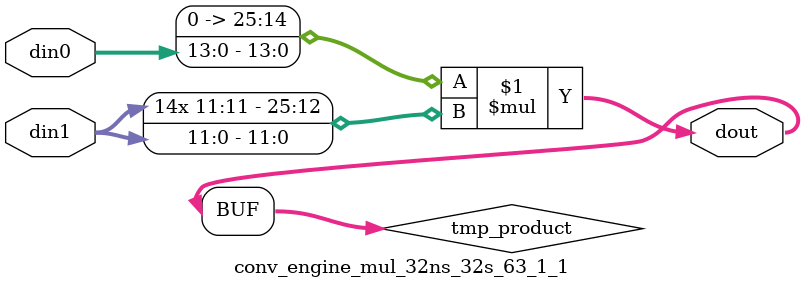
<source format=v>

`timescale 1 ns / 1 ps

 module conv_engine_mul_32ns_32s_63_1_1(din0, din1, dout);
parameter ID = 1;
parameter NUM_STAGE = 0;
parameter din0_WIDTH = 14;
parameter din1_WIDTH = 12;
parameter dout_WIDTH = 26;

input [din0_WIDTH - 1 : 0] din0; 
input [din1_WIDTH - 1 : 0] din1; 
output [dout_WIDTH - 1 : 0] dout;

wire signed [dout_WIDTH - 1 : 0] tmp_product;

























assign tmp_product = $signed({1'b0, din0}) * $signed(din1);










assign dout = tmp_product;





















endmodule

</source>
